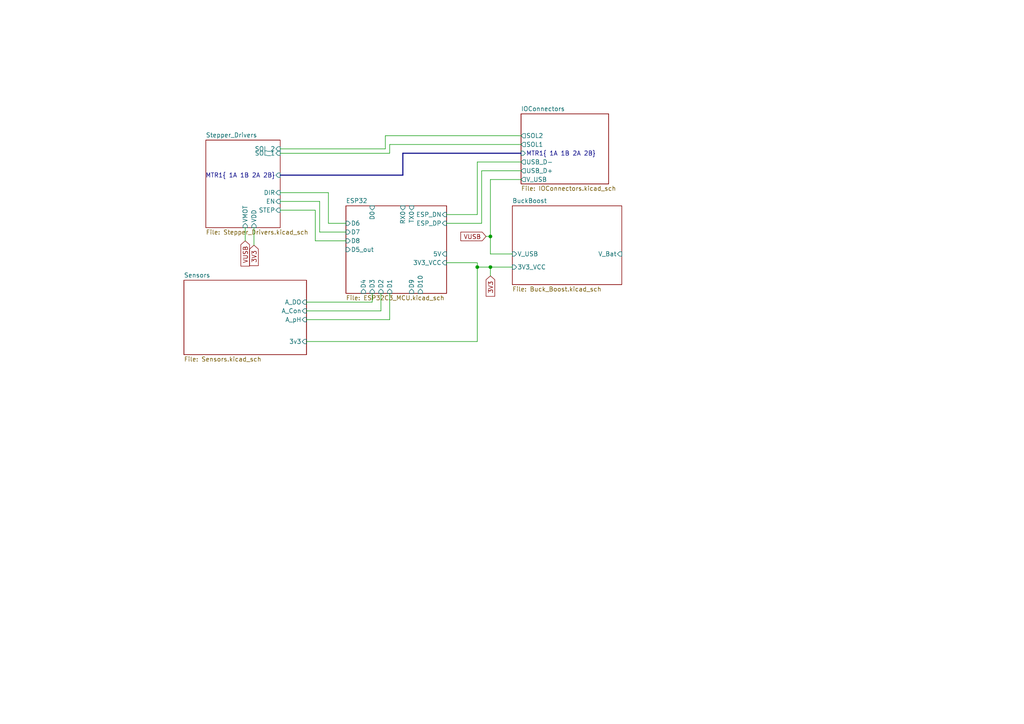
<source format=kicad_sch>
(kicad_sch (version 20230121) (generator eeschema)
  (paper "A4")
  (lib_symbols)
  (junction (at 142.24 77.47))
  (junction (at 138.43 77.47))
  (junction (at 142.24 68.58))
  (wire (pts (xy 142.24 73.66) (xy 148.59 73.66)))
  (wire (pts (xy 140.97 68.58) (xy 142.24 68.58)))
  (wire (pts (xy 151.13 52.07) (xy 142.24 52.07)))
  (bus (pts (xy 116.84 50.8) (xy 81.28 50.8)))
  (wire (pts (xy 81.28 44.45) (xy 113.03 44.45)))
  (wire (pts (xy 138.43 76.2) (xy 129.54 76.2)))
  (wire (pts (xy 138.43 99.06) (xy 138.43 77.47)))
  (wire (pts (xy 113.03 92.71) (xy 113.03 85.09)))
  (wire (pts (xy 151.13 46.99) (xy 138.43 46.99)))
  (wire (pts (xy 138.43 62.23) (xy 129.54 62.23)))
  (wire (pts (xy 91.44 60.96) (xy 91.44 69.85)))
  (wire (pts (xy 138.43 46.99) (xy 138.43 62.23)))
  (wire (pts (xy 148.59 77.47) (xy 142.24 77.47)))
  (wire (pts (xy 139.7 64.77) (xy 129.54 64.77)))
  (wire (pts (xy 92.71 67.31) (xy 100.33 67.31)))
  (wire (pts (xy 111.76 43.18) (xy 111.76 39.37)))
  (wire (pts (xy 142.24 52.07) (xy 142.24 68.58)))
  (wire (pts (xy 111.76 39.37) (xy 151.13 39.37)))
  (wire (pts (xy 88.9 99.06) (xy 138.43 99.06)))
  (wire (pts (xy 71.12 66.04) (xy 71.12 69.85)))
  (wire (pts (xy 95.25 64.77) (xy 100.33 64.77)))
  (wire (pts (xy 88.9 90.17) (xy 110.49 90.17)))
  (wire (pts (xy 110.49 90.17) (xy 110.49 85.09)))
  (wire (pts (xy 139.7 49.53) (xy 139.7 64.77)))
  (wire (pts (xy 88.9 87.63) (xy 107.95 87.63)))
  (wire (pts (xy 81.28 60.96) (xy 91.44 60.96)))
  (wire (pts (xy 113.03 44.45) (xy 113.03 41.91)))
  (wire (pts (xy 142.24 68.58) (xy 142.24 73.66)))
  (wire (pts (xy 113.03 41.91) (xy 151.13 41.91)))
  (bus (pts (xy 151.13 44.45) (xy 116.84 44.45)))
  (wire (pts (xy 91.44 69.85) (xy 100.33 69.85)))
  (wire (pts (xy 142.24 77.47) (xy 142.24 80.01)))
  (bus (pts (xy 116.84 44.45) (xy 116.84 50.8)))
  (wire (pts (xy 81.28 58.42) (xy 92.71 58.42)))
  (wire (pts (xy 81.28 43.18) (xy 111.76 43.18)))
  (wire (pts (xy 88.9 92.71) (xy 113.03 92.71)))
  (wire (pts (xy 81.28 55.88) (xy 95.25 55.88)))
  (wire (pts (xy 142.24 77.47) (xy 138.43 77.47)))
  (wire (pts (xy 92.71 58.42) (xy 92.71 67.31)))
  (wire (pts (xy 151.13 49.53) (xy 139.7 49.53)))
  (wire (pts (xy 107.95 87.63) (xy 107.95 85.09)))
  (wire (pts (xy 73.66 66.04) (xy 73.66 71.12)))
  (wire (pts (xy 138.43 77.47) (xy 138.43 76.2)))
  (wire (pts (xy 95.25 55.88) (xy 95.25 64.77)))
  (global_label "3V3" (shape input) (at 142.24 80.01 270) (property "Intersheetrefs" "${INTERSHEET_REFS}" (effects hide)))
  (global_label "3V3" (shape input) (at 73.66 71.12 270) (property "Intersheetrefs" "${INTERSHEET_REFS}" (effects hide)))
  (global_label "VUSB" (shape input) (at 71.12 69.85 270) (property "Intersheetrefs" "${INTERSHEET_REFS}" (effects hide)))
  (global_label "VUSB" (shape input) (at 140.97 68.58 180) (property "Intersheetrefs" "${INTERSHEET_REFS}" (effects hide)))
  (sheet (at 59.69 40.64) (size 21.59 25.4) (stroke (width 0.1524))
    (property "Sheetname" "Stepper_Drivers" (at 59.69 39.9284 0) (effects (justify left bottom)))
    (property "Sheetfile" "Stepper_Drivers.kicad_sch" (at 59.69 66.6246 0) (effects (justify left top)))
    (pin "MTR1{ 1A 1B 2A 2B}" input (at 81.28 50.8 0))
    (pin "VDD" input (at 73.66 66.04 270))
    (pin "VMOT" input (at 71.12 66.04 270))
    (pin "STEP" input (at 81.28 60.96 0))
    (pin "EN" input (at 81.28 58.42 0))
    (pin "DIR" input (at 81.28 55.88 0))
    (pin "SOL_1" input (at 81.28 44.45 0))
    (pin "SOL_2" input (at 81.28 43.18 0))
  )
  (sheet (at 100.33 59.69) (size 29.21 25.4) (stroke (width 0.1524))
    (property "Sheetname" "ESP32" (at 100.33 58.9784 0) (effects (justify left bottom)))
    (property "Sheetfile" "ESP32C3_MCU.kicad_sch" (at 100.33 85.6746 0) (effects (justify left top)))
    (pin "ESP_DN" input (at 129.54 62.23 0))
    (pin "ESP_DP" input (at 129.54 64.77 0))
    (pin "5V" input (at 129.54 73.66 0))
    (pin "D1" input (at 113.03 85.09 270))
    (pin "D2" input (at 110.49 85.09 270))
    (pin "3V3_VCC" input (at 129.54 76.2 0))
    (pin "D8" input (at 100.33 69.85 180))
    (pin "D9" input (at 119.38 85.09 270))
    (pin "D5_out" input (at 100.33 72.39 180))
    (pin "D4" input (at 105.41 85.09 270))
    (pin "D3" input (at 107.95 85.09 270))
    (pin "D6" input (at 100.33 64.77 180))
    (pin "D10" input (at 121.92 85.09 270))
    (pin "D7" input (at 100.33 67.31 180))
    (pin "D0" input (at 107.95 59.69 90))
    (pin "RX0" input (at 116.84 59.69 90))
    (pin "TX0" input (at 119.38 59.69 90))
  )
  (sheet (at 53.34 81.28) (size 35.56 21.59) (stroke (width 0.1524))
    (property "Sheetname" "Sensors" (at 53.34 80.5684 0) (effects (justify left bottom)))
    (property "Sheetfile" "Sensors.kicad_sch" (at 53.34 103.4546 0) (effects (justify left top)))
    (pin "A_DO" input (at 88.9 87.63 0))
    (pin "A_Con" input (at 88.9 90.17 0))
    (pin "A_pH" input (at 88.9 92.71 0))
    (pin "3v3" input (at 88.9 99.06 0))
  )
  (sheet (at 148.59 59.69) (size 31.75 22.86) (stroke (width 0.1524))
    (property "Sheetname" "BuckBoost" (at 148.59 58.9784 0) (effects (justify left bottom)))
    (property "Sheetfile" "Buck_Boost.kicad_sch" (at 148.59 83.1346 0) (effects (justify left top)))
    (pin "3V3_VCC" input (at 148.59 77.47 180))
    (pin "V_Bat" input (at 180.34 73.66 0))
    (pin "V_USB" input (at 148.59 73.66 180))
  )
  (sheet (at 151.13 33.02) (size 25.4 20.32) (stroke (width 0.1524))
    (property "Sheetname" "IOConnectors" (at 151.13 32.3084 0) (effects (justify left bottom)))
    (property "Sheetfile" "IOConnectors.kicad_sch" (at 151.13 53.9246 0) (effects (justify left top)))
    (pin "V_USB" output (at 151.13 52.07 180))
    (pin "USB_D-" output (at 151.13 46.99 180))
    (pin "USB_D+" output (at 151.13 49.53 180))
    (pin "SOL1" output (at 151.13 41.91 180))
    (pin "SOL2" output (at 151.13 39.37 180))
    (pin "MTR1{ 1A 1B 2A 2B}" input (at 151.13 44.45 180))
  )
)
</source>
